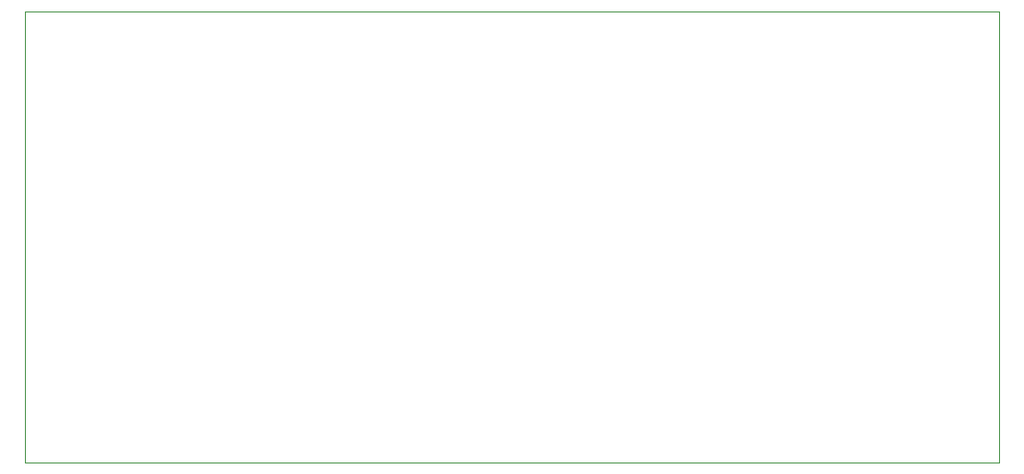
<source format=gbr>
G04 #@! TF.GenerationSoftware,KiCad,Pcbnew,5.1.2*
G04 #@! TF.CreationDate,2019-05-27T23:22:56-07:00*
G04 #@! TF.ProjectId,gloveProtoFinal,676c6f76-6550-4726-9f74-6f46696e616c,rev?*
G04 #@! TF.SameCoordinates,Original*
G04 #@! TF.FileFunction,Profile,NP*
%FSLAX46Y46*%
G04 Gerber Fmt 4.6, Leading zero omitted, Abs format (unit mm)*
G04 Created by KiCad (PCBNEW 5.1.2) date 2019-05-27 23:22:56*
%MOMM*%
%LPD*%
G04 APERTURE LIST*
%ADD10C,0.050000*%
G04 APERTURE END LIST*
D10*
X17170400Y-54737000D02*
X17170400Y-94640400D01*
X103251000Y-54737000D02*
X17170400Y-54737000D01*
X103251000Y-94615000D02*
X103251000Y-54737000D01*
X17170400Y-94640400D02*
X103251000Y-94615000D01*
M02*

</source>
